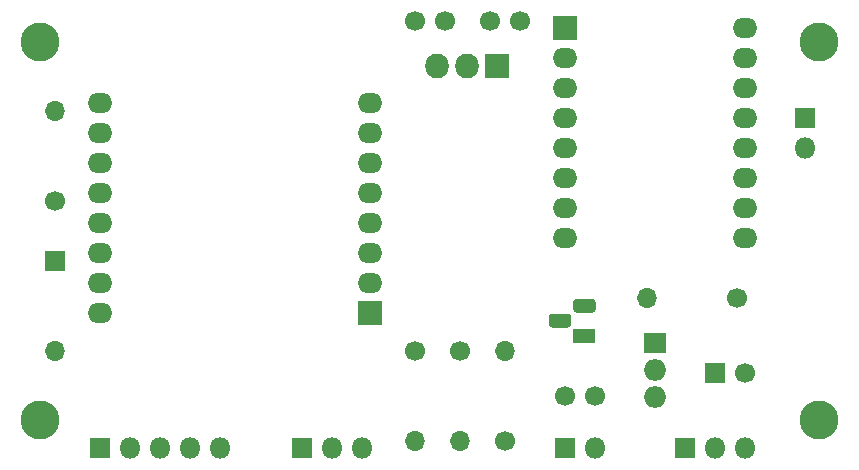
<source format=gbr>
%TF.GenerationSoftware,KiCad,Pcbnew,(5.1.6-0-10_14)*%
%TF.CreationDate,2020-07-19T18:00:59+02:00*%
%TF.ProjectId,UselessV3,5573656c-6573-4735-9633-2e6b69636164,rev?*%
%TF.SameCoordinates,Original*%
%TF.FileFunction,Soldermask,Top*%
%TF.FilePolarity,Negative*%
%FSLAX46Y46*%
G04 Gerber Fmt 4.6, Leading zero omitted, Abs format (unit mm)*
G04 Created by KiCad (PCBNEW (5.1.6-0-10_14)) date 2020-07-19 18:00:59*
%MOMM*%
%LPD*%
G01*
G04 APERTURE LIST*
%ADD10O,2.100000X1.700000*%
%ADD11R,2.100000X2.100000*%
%ADD12C,1.700000*%
%ADD13C,3.300000*%
%ADD14O,1.700000X1.700000*%
%ADD15O,1.800000X1.800000*%
%ADD16R,1.800000X1.800000*%
%ADD17O,2.005000X2.100000*%
%ADD18R,2.005000X2.100000*%
%ADD19R,1.900000X1.200000*%
%ADD20O,1.900000X1.817500*%
%ADD21R,1.900000X1.817500*%
%ADD22R,1.700000X1.700000*%
G04 APERTURE END LIST*
D10*
%TO.C,U2*%
X123060000Y-97985000D03*
X123060000Y-95445000D03*
X123060000Y-92905000D03*
X123060000Y-90365000D03*
X123060000Y-87825000D03*
X123060000Y-85285000D03*
X123060000Y-82745000D03*
X123060000Y-80205000D03*
X145920000Y-80205000D03*
X145920000Y-82745000D03*
X145920000Y-85285000D03*
X145920000Y-87825000D03*
X145920000Y-90365000D03*
X145920000Y-92905000D03*
D11*
X145920000Y-97985000D03*
D10*
X145920000Y-95445000D03*
%TD*%
D12*
%TO.C,C3*%
X152270000Y-73220000D03*
X149770000Y-73220000D03*
%TD*%
%TO.C,C2*%
X156120000Y-73220000D03*
X158620000Y-73220000D03*
%TD*%
%TO.C,C1*%
X164970000Y-104970000D03*
X162470000Y-104970000D03*
%TD*%
D13*
%TO.C,REF\u002A\u002A*%
X184000000Y-75000000D03*
%TD*%
%TO.C,REF\u002A\u002A*%
X184000000Y-107000000D03*
%TD*%
%TO.C,REF\u002A\u002A*%
X118000000Y-107000000D03*
%TD*%
%TO.C,REF\u002A\u002A*%
X118000000Y-75000000D03*
%TD*%
D14*
%TO.C,R5*%
X119250000Y-80840000D03*
D12*
X119250000Y-88460000D03*
%TD*%
D14*
%TO.C,R4*%
X149730000Y-108780000D03*
D12*
X149730000Y-101160000D03*
%TD*%
D14*
%TO.C,R3*%
X153540000Y-108780000D03*
D12*
X153540000Y-101160000D03*
%TD*%
D14*
%TO.C,R2*%
X169415000Y-96715000D03*
D12*
X177035000Y-96715000D03*
%TD*%
D14*
%TO.C,R1*%
X157350000Y-101160000D03*
D12*
X157350000Y-108780000D03*
%TD*%
D15*
%TO.C,J5*%
X182750000Y-84015000D03*
D16*
X182750000Y-81475000D03*
%TD*%
D15*
%TO.C,J2*%
X145285000Y-109415000D03*
X142745000Y-109415000D03*
D16*
X140205000Y-109415000D03*
%TD*%
D15*
%TO.C,J1*%
X164970000Y-109415000D03*
D16*
X162430000Y-109415000D03*
%TD*%
D10*
%TO.C,U3*%
X177670000Y-73855000D03*
X177670000Y-76395000D03*
X177670000Y-78935000D03*
X177670000Y-81475000D03*
X177670000Y-84015000D03*
X177670000Y-86555000D03*
X177670000Y-89095000D03*
X177670000Y-91635000D03*
X162430000Y-91635000D03*
X162430000Y-89095000D03*
X162430000Y-86555000D03*
X162430000Y-84015000D03*
X162430000Y-81475000D03*
X162430000Y-78935000D03*
D11*
X162430000Y-73855000D03*
D10*
X162430000Y-76395000D03*
%TD*%
D17*
%TO.C,U1*%
X151635000Y-77030000D03*
X154175000Y-77030000D03*
D18*
X156715000Y-77030000D03*
%TD*%
D19*
%TO.C,Q2*%
X164100000Y-99890000D03*
G36*
G01*
X164750000Y-97950000D02*
X163450000Y-97950000D01*
G75*
G02*
X163150000Y-97650000I0J300000D01*
G01*
X163150000Y-97050000D01*
G75*
G02*
X163450000Y-96750000I300000J0D01*
G01*
X164750000Y-96750000D01*
G75*
G02*
X165050000Y-97050000I0J-300000D01*
G01*
X165050000Y-97650000D01*
G75*
G02*
X164750000Y-97950000I-300000J0D01*
G01*
G37*
G36*
G01*
X162680000Y-99220000D02*
X161380000Y-99220000D01*
G75*
G02*
X161080000Y-98920000I0J300000D01*
G01*
X161080000Y-98320000D01*
G75*
G02*
X161380000Y-98020000I300000J0D01*
G01*
X162680000Y-98020000D01*
G75*
G02*
X162980000Y-98320000I0J-300000D01*
G01*
X162980000Y-98920000D01*
G75*
G02*
X162680000Y-99220000I-300000J0D01*
G01*
G37*
%TD*%
D20*
%TO.C,Q1*%
X170050000Y-105105000D03*
X170050000Y-102815000D03*
D21*
X170050000Y-100525000D03*
%TD*%
D15*
%TO.C,J4*%
X133220000Y-109415000D03*
X130680000Y-109415000D03*
X128140000Y-109415000D03*
X125600000Y-109415000D03*
D16*
X123060000Y-109415000D03*
%TD*%
D15*
%TO.C,J3*%
X177670000Y-109415000D03*
X175130000Y-109415000D03*
D16*
X172590000Y-109415000D03*
%TD*%
D14*
%TO.C,D1*%
X119250000Y-101160000D03*
D22*
X119250000Y-93540000D03*
%TD*%
D12*
%TO.C,C4*%
X177670000Y-103065000D03*
D22*
X175170000Y-103065000D03*
%TD*%
M02*

</source>
